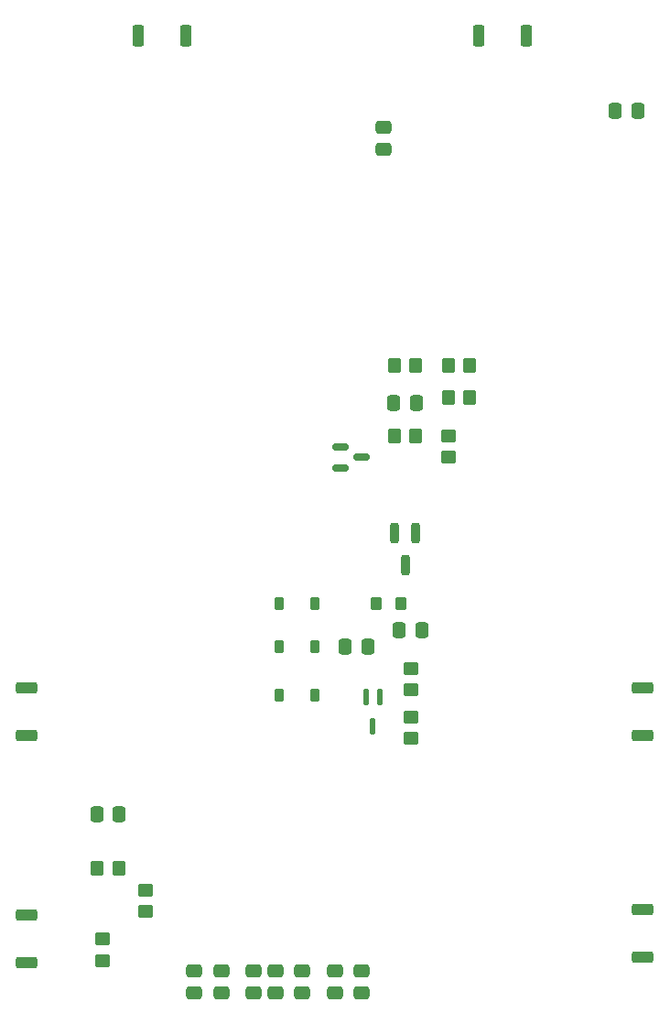
<source format=gbr>
%TF.GenerationSoftware,KiCad,Pcbnew,9.0.6*%
%TF.CreationDate,2025-11-23T22:18:04-05:00*%
%TF.ProjectId,EPD_HUB_ESP32,4550445f-4855-4425-9f45-535033322e6b,rev?*%
%TF.SameCoordinates,Original*%
%TF.FileFunction,Paste,Top*%
%TF.FilePolarity,Positive*%
%FSLAX46Y46*%
G04 Gerber Fmt 4.6, Leading zero omitted, Abs format (unit mm)*
G04 Created by KiCad (PCBNEW 9.0.6) date 2025-11-23 22:18:04*
%MOMM*%
%LPD*%
G01*
G04 APERTURE LIST*
G04 Aperture macros list*
%AMRoundRect*
0 Rectangle with rounded corners*
0 $1 Rounding radius*
0 $2 $3 $4 $5 $6 $7 $8 $9 X,Y pos of 4 corners*
0 Add a 4 corners polygon primitive as box body*
4,1,4,$2,$3,$4,$5,$6,$7,$8,$9,$2,$3,0*
0 Add four circle primitives for the rounded corners*
1,1,$1+$1,$2,$3*
1,1,$1+$1,$4,$5*
1,1,$1+$1,$6,$7*
1,1,$1+$1,$8,$9*
0 Add four rect primitives between the rounded corners*
20,1,$1+$1,$2,$3,$4,$5,0*
20,1,$1+$1,$4,$5,$6,$7,0*
20,1,$1+$1,$6,$7,$8,$9,0*
20,1,$1+$1,$8,$9,$2,$3,0*%
G04 Aperture macros list end*
%ADD10RoundRect,0.250000X-0.275000X-0.750000X0.275000X-0.750000X0.275000X0.750000X-0.275000X0.750000X0*%
%ADD11RoundRect,0.250000X0.750000X-0.275000X0.750000X0.275000X-0.750000X0.275000X-0.750000X-0.275000X0*%
%ADD12RoundRect,0.250000X-0.750000X0.275000X-0.750000X-0.275000X0.750000X-0.275000X0.750000X0.275000X0*%
%ADD13RoundRect,0.250000X0.275000X0.750000X-0.275000X0.750000X-0.275000X-0.750000X0.275000X-0.750000X0*%
%ADD14RoundRect,0.250000X-0.450000X0.350000X-0.450000X-0.350000X0.450000X-0.350000X0.450000X0.350000X0*%
%ADD15RoundRect,0.250000X0.337500X0.475000X-0.337500X0.475000X-0.337500X-0.475000X0.337500X-0.475000X0*%
%ADD16RoundRect,0.225000X0.225000X0.375000X-0.225000X0.375000X-0.225000X-0.375000X0.225000X-0.375000X0*%
%ADD17RoundRect,0.112500X0.112500X0.637500X-0.112500X0.637500X-0.112500X-0.637500X0.112500X-0.637500X0*%
%ADD18RoundRect,0.200000X-0.200000X0.750000X-0.200000X-0.750000X0.200000X-0.750000X0.200000X0.750000X0*%
%ADD19RoundRect,0.150000X-0.587500X-0.150000X0.587500X-0.150000X0.587500X0.150000X-0.587500X0.150000X0*%
%ADD20RoundRect,0.225000X-0.225000X-0.375000X0.225000X-0.375000X0.225000X0.375000X-0.225000X0.375000X0*%
%ADD21RoundRect,0.250000X-0.337500X-0.475000X0.337500X-0.475000X0.337500X0.475000X-0.337500X0.475000X0*%
%ADD22RoundRect,0.250000X0.350000X0.450000X-0.350000X0.450000X-0.350000X-0.450000X0.350000X-0.450000X0*%
%ADD23RoundRect,0.250000X-0.350000X-0.450000X0.350000X-0.450000X0.350000X0.450000X-0.350000X0.450000X0*%
%ADD24RoundRect,0.250000X0.275000X0.350000X-0.275000X0.350000X-0.275000X-0.350000X0.275000X-0.350000X0*%
%ADD25RoundRect,0.250000X0.450000X-0.350000X0.450000X0.350000X-0.450000X0.350000X-0.450000X-0.350000X0*%
%ADD26RoundRect,0.250000X0.475000X-0.337500X0.475000X0.337500X-0.475000X0.337500X-0.475000X-0.337500X0*%
%ADD27RoundRect,0.250000X-0.475000X0.337500X-0.475000X-0.337500X0.475000X-0.337500X0.475000X0.337500X0*%
G04 APERTURE END LIST*
D10*
%TO.C,SW3*%
X121713840Y-47000000D03*
X126163840Y-47000000D03*
%TD*%
D11*
%TO.C,SW7*%
X111438840Y-111725000D03*
X111438840Y-107275000D03*
%TD*%
D12*
%TO.C,SW5*%
X111438840Y-128275000D03*
X111438840Y-132725000D03*
%TD*%
D11*
%TO.C,SW4*%
X168438840Y-111725000D03*
X168438840Y-107275000D03*
%TD*%
D13*
%TO.C,SW2*%
X157663840Y-47000000D03*
X153213840Y-47000000D03*
%TD*%
D12*
%TO.C,SW1*%
X168438840Y-127775000D03*
X168438840Y-132225000D03*
%TD*%
D14*
%TO.C,R15*%
X146938840Y-107500000D03*
X146938840Y-105500000D03*
%TD*%
D15*
%TO.C,C12*%
X145401340Y-81000000D03*
X147476340Y-81000000D03*
%TD*%
D16*
%TO.C,D4*%
X134788840Y-99500000D03*
X138088840Y-99500000D03*
%TD*%
D17*
%TO.C,Q4*%
X143438840Y-110830000D03*
X142788840Y-108170000D03*
X144088840Y-108170000D03*
%TD*%
D14*
%TO.C,R14*%
X146938840Y-112000000D03*
X146938840Y-110000000D03*
%TD*%
D18*
%TO.C,Q5*%
X146438840Y-96000000D03*
X145488840Y-93000000D03*
X147388840Y-93000000D03*
%TD*%
D14*
%TO.C,R20*%
X150438840Y-86000000D03*
X150438840Y-84000000D03*
%TD*%
D19*
%TO.C,Q6*%
X142376340Y-86000000D03*
X140501340Y-86950000D03*
X140501340Y-85050000D03*
%TD*%
D20*
%TO.C,D6*%
X134788840Y-103500000D03*
X138088840Y-103500000D03*
%TD*%
D21*
%TO.C,C11*%
X142976340Y-103500000D03*
X140901340Y-103500000D03*
%TD*%
D22*
%TO.C,R18*%
X150438840Y-80500000D03*
X152438840Y-80500000D03*
%TD*%
%TO.C,R17*%
X145438840Y-77500000D03*
X147438840Y-77500000D03*
%TD*%
D15*
%TO.C,C10*%
X145901340Y-102000000D03*
X147976340Y-102000000D03*
%TD*%
D23*
%TO.C,R16*%
X147438840Y-84000000D03*
X145438840Y-84000000D03*
%TD*%
D16*
%TO.C,D5*%
X134788840Y-108000000D03*
X138088840Y-108000000D03*
%TD*%
D23*
%TO.C,R19*%
X152438840Y-77500000D03*
X150438840Y-77500000D03*
%TD*%
D24*
%TO.C,L1*%
X143788840Y-99500000D03*
X146088840Y-99500000D03*
%TD*%
D23*
%TO.C,R10*%
X119938840Y-124000000D03*
X117938840Y-124000000D03*
%TD*%
D25*
%TO.C,R12*%
X118438840Y-130500000D03*
X118438840Y-132500000D03*
%TD*%
D21*
%TO.C,C8*%
X119976340Y-119000000D03*
X117901340Y-119000000D03*
%TD*%
D25*
%TO.C,R11*%
X122438840Y-126000000D03*
X122438840Y-128000000D03*
%TD*%
D26*
%TO.C,C18*%
X136938840Y-135537500D03*
X136938840Y-133462500D03*
%TD*%
%TO.C,C15*%
X129438840Y-133462500D03*
X129438840Y-135537500D03*
%TD*%
D27*
%TO.C,C34*%
X144438840Y-55462500D03*
X144438840Y-57537500D03*
%TD*%
D26*
%TO.C,C13*%
X132438840Y-135537500D03*
X132438840Y-133462500D03*
%TD*%
%TO.C,C20*%
X126938840Y-135537500D03*
X126938840Y-133462500D03*
%TD*%
%TO.C,C19*%
X134438840Y-135537500D03*
X134438840Y-133462500D03*
%TD*%
D21*
%TO.C,C35*%
X165901340Y-54000000D03*
X167976340Y-54000000D03*
%TD*%
D26*
%TO.C,C21*%
X142438840Y-135537500D03*
X142438840Y-133462500D03*
%TD*%
%TO.C,C17*%
X139938840Y-135537500D03*
X139938840Y-133462500D03*
%TD*%
M02*

</source>
